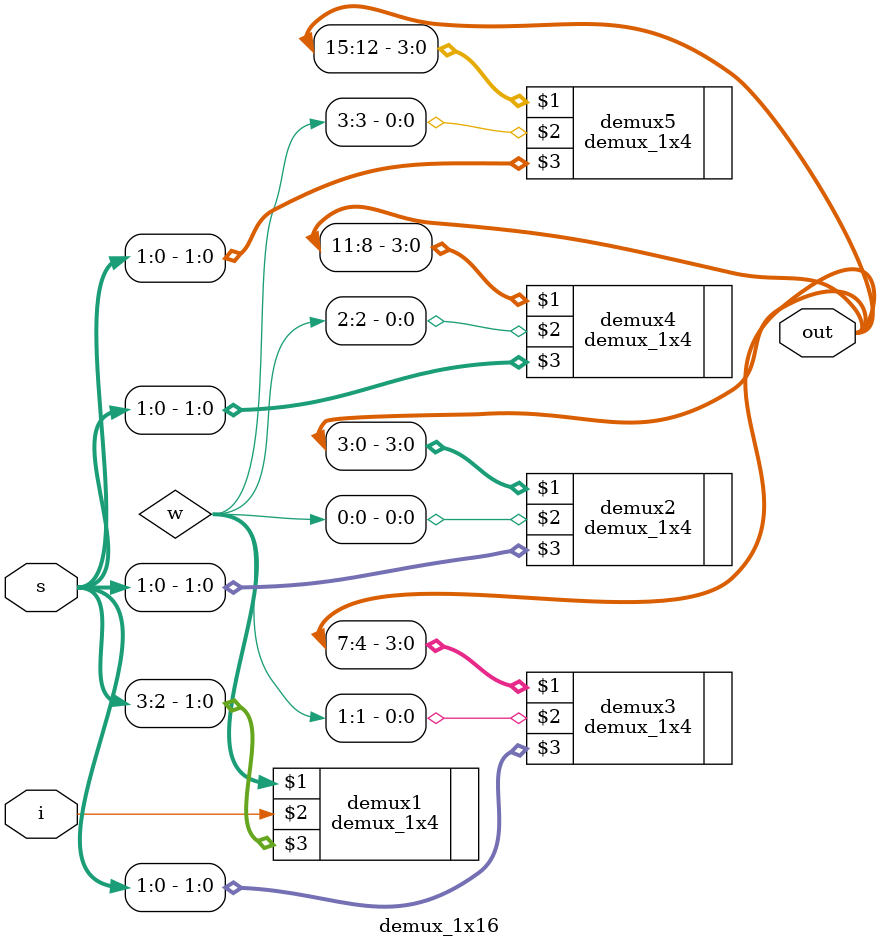
<source format=v>
/* using two 1x8 demux and one 1x2 demux*/

module demux_1x16(out, i, s);

output [15:0] out;

input [3:0] s;
input i;

/* Using 1x8 and 1x2
wire [1:0] w;

demux_1x2 d1(w, i, s[3]);
demux_1x8 d2(out[7:0], w[0], s[2:0]);
demux_1x8 d3(out[15:8], w[1], s[2:0]);

endmodule
*/

/* Using 1x4 demux */

wire [3:0] w;

demux_1x4 demux1(w, i, s[3:2]);

demux_1x4 demux2(out[3:0], w[0], s[1:0]);
demux_1x4 demux3(out[7:4], w[1], s[1:0]);
demux_1x4 demux4(out[11:8], w[2], s[1:0]);
demux_1x4 demux5(out[15:12], w[3], s[1:0]);

endmodule

/* Testbench

module testbench;

wire [15:0] out;

reg [3:0] s;
reg i;

demux_1x16 d1(out, i, s);

initial begin

i = 1;

     s = 4'b0000;
#100 s = 4'b0001;
#100 s = 4'b0010;
#100 s = 4'b0011;
#100 s = 4'b0100;
#100 s = 4'b0101;
#100 s = 4'b0110;
#100 s = 4'b0111;
#100 s = 4'b1000;
#100 s = 4'b1001;
#100 s = 4'b1010;
#100 s = 4'b1011;
#100 s = 4'b1100;
#100 s = 4'b1101;
#100 s = 4'b1110;
#100 s = 4'b1111;

end

endmodule
*/

</source>
